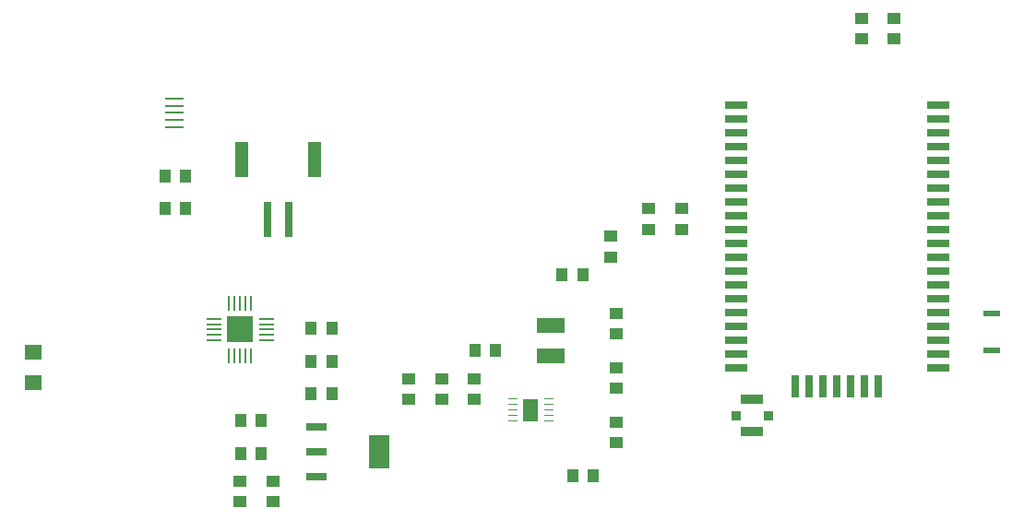
<source format=gbr>
G04 DipTrace 3.1.0.0*
G04 TopPaste.gbr*
%MOIN*%
G04 #@! TF.FileFunction,Paste,Top*
G04 #@! TF.Part,Single*
%ADD76R,0.080709X0.035433*%
%ADD78R,0.035433X0.033465*%
%ADD80R,0.027559X0.081654*%
%ADD82R,0.081654X0.027559*%
%ADD84R,0.052362X0.07874*%
%ADD86R,0.035433X0.00189*%
%ADD88R,0.076772X0.120079*%
%ADD90R,0.076772X0.029528*%
%ADD92R,0.097638X0.097638*%
%ADD94O,0.055118X0.003937*%
%ADD96O,0.003937X0.055118*%
%ADD98R,0.059055X0.023622*%
%ADD109R,0.070866X0.007874*%
%ADD111R,0.051181X0.125984*%
%ADD113R,0.031496X0.129921*%
%ADD115R,0.062992X0.055118*%
%ADD119R,0.043307X0.051181*%
%ADD121R,0.098425X0.055118*%
%ADD125R,0.051181X0.043307*%
%FSLAX26Y26*%
G04*
G70*
G90*
G75*
G01*
G04 TopPaste*
%LPD*%
D125*
X1633858Y570866D3*
Y496063D3*
X1515748Y570866D3*
Y496063D3*
X2125984Y866142D3*
Y940945D3*
X2244094Y866142D3*
Y940945D3*
X2362205Y866142D3*
Y940945D3*
D121*
X2637795Y1023622D3*
Y1133858D3*
D119*
X2438976Y1041339D3*
X2364173D3*
X2753937Y1316929D3*
X2679134D3*
D125*
X2856299Y1379921D3*
Y1454724D3*
D119*
X1318898Y1555118D3*
X1244094D3*
X1318898Y1673228D3*
X1244094D3*
D125*
X3877953Y2244094D3*
Y2169291D3*
X3759843Y2244094D3*
Y2169291D3*
D119*
X1771654Y1122047D3*
X1846457D3*
X1771654Y1003937D3*
X1846457D3*
X1771654Y885827D3*
X1846457D3*
D115*
X767717Y925197D3*
Y1035433D3*
D113*
X1692913Y1515748D3*
X1614173D3*
D111*
X1785362Y1734142D3*
X1521583D3*
D109*
X1279528Y1850394D3*
Y1875984D3*
Y1901575D3*
Y1927165D3*
Y1952756D3*
D119*
X1517717Y671260D3*
X1592520D3*
X1517717Y789370D3*
X1592520D3*
D125*
X2874016Y708661D3*
Y783465D3*
Y905512D3*
Y980315D3*
Y1102362D3*
Y1177165D3*
X3110236Y1555118D3*
Y1480315D3*
X2992126Y1555118D3*
Y1480315D3*
D119*
X2716535Y590551D3*
X2791339D3*
D98*
X4232283Y1043307D3*
Y1177165D3*
D96*
X1476378Y1023622D3*
X1496063D3*
X1515748D3*
X1535433D3*
X1555118D3*
D94*
X1610236Y1078740D3*
Y1098425D3*
Y1118110D3*
Y1137795D3*
Y1157480D3*
D96*
X1555118Y1212598D3*
X1535433D3*
X1515748D3*
X1496063D3*
X1476378D3*
D94*
X1421260Y1157480D3*
Y1137795D3*
Y1118110D3*
Y1098425D3*
Y1078740D3*
D92*
X1515354Y1118092D3*
D90*
X1791339Y767717D3*
Y677165D3*
Y586614D3*
D88*
X2019685Y677165D3*
D86*
X2500000Y866142D3*
Y846457D3*
Y826772D3*
Y807087D3*
Y787402D3*
X2629921D3*
Y807087D3*
Y826772D3*
Y846457D3*
Y866142D3*
D84*
X2564961Y826772D3*
D82*
X3307087Y1929134D3*
Y1879134D3*
Y1829134D3*
Y1779134D3*
Y1729134D3*
Y1679134D3*
Y1629134D3*
Y1579134D3*
Y1529134D3*
Y1479134D3*
Y1429134D3*
Y1379134D3*
Y1329134D3*
Y1279134D3*
Y1229134D3*
Y1179134D3*
Y1129134D3*
Y1079134D3*
Y1029134D3*
Y979134D3*
D80*
X3521850Y914370D3*
X3571850D3*
X3621850D3*
X3671850D3*
X3721850D3*
X3771850D3*
X3821850D3*
D82*
X4036614Y979134D3*
Y1029134D3*
Y1079134D3*
Y1129134D3*
Y1179134D3*
Y1229134D3*
Y1279134D3*
Y1329134D3*
Y1379134D3*
Y1429134D3*
Y1479134D3*
Y1529134D3*
Y1579134D3*
Y1629134D3*
Y1679134D3*
Y1729134D3*
Y1779134D3*
Y1829134D3*
Y1879134D3*
Y1929134D3*
D78*
X3425197Y807087D3*
X3307087D3*
D76*
X3366142Y866142D3*
Y748031D3*
M02*

</source>
